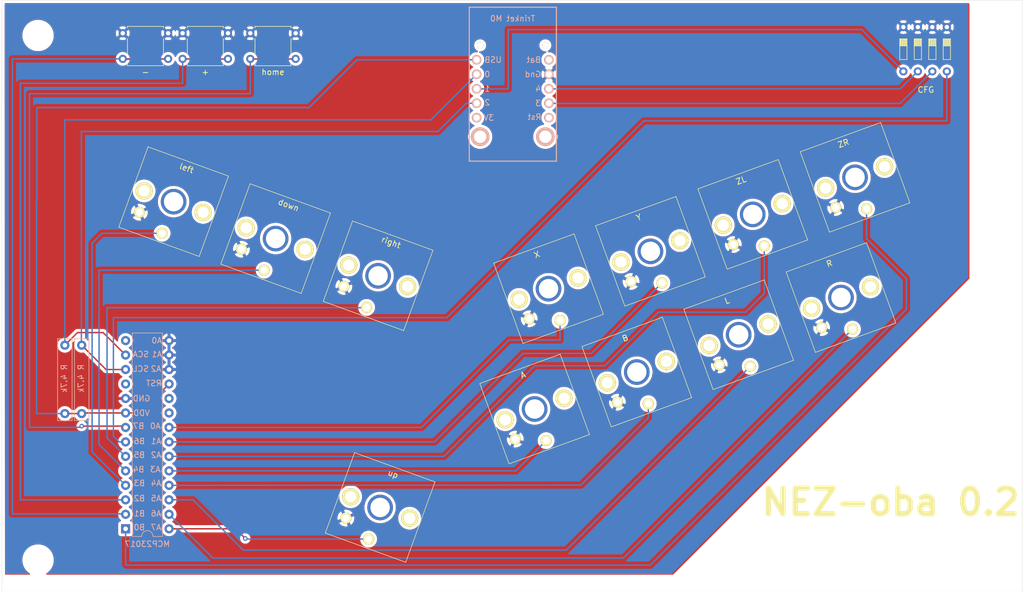
<source format=kicad_pcb>
(kicad_pcb (version 20171130) (host pcbnew 5.1.5+dfsg1-2build2)
  (layers (0 F.Cu signal) (31 B.Cu signal) (34 B.Paste user) (35 F.Paste user) (36 B.SilkS user) (37 F.SilkS user) (38 B.Mask user) (39 F.Mask user) (44 Edge.Cuts user))
  (net 0 "")
  (net 1 /cfg.b3)
  (net 2 /cfg.b4)
  (net 3 GND)
  (net 4 /cfg.b2)
  (net 5 +5V)
  (net 6 /S.+)
  (net 7 /S.-)
  (net 8 /cfg.b1)
  (net 9 /S.A)
  (net 10 /S.B)
  (net 11 /S.down)
  (net 12 /S.home)
  (net 13 /S.L)
  (net 14 /S.left)
  (net 15 /S.R)
  (net 16 /S.right)
  (net 17 /S.up)
  (net 18 /S.X)
  (net 19 /S.Y)
  (net 20 /S.ZL)
  (net 21 /S.ZR)
  (net 22 /sda)
  (net 23 /scl)
  (module nez-footprints:MountingHole_4.5mm (layer F.Cu) (at 223.2914 40.7924)
    (fp_text reference REF** hide)
    (fp_text value MountingHole_4.5mm hide)
    (pad 1 np_thru_hole circle (at 0 0) (size 4.5 4.5) (drill 4.5) (layers *.Cu *.Mask))
  )
  (module nez-footprints:MountingHole_4.5mm (layer F.Cu) (at 223.2914 132.8166)
    (fp_text reference REF** hide)
    (fp_text value MountingHole_4.5mm hide)
    (pad 1 np_thru_hole circle (at 0 0) (size 4.5 4.5) (drill 4.5) (layers *.Cu *.Mask))
  )
  (module nez-footprints:MountingHole_4.5mm (layer F.Cu) (at 56.2102 132.8166)
    (fp_text reference REF** hide)
    (fp_text value MountingHole_4.5mm hide)
    (pad 1 np_thru_hole circle (at 0 0) (size 4.5 4.5) (drill 4.5) (layers *.Cu *.Mask))
  )
  (module nez-footprints:MountingHole_4.5mm (layer F.Cu) (at 56.2102 40.7924)
    (fp_text reference REF** hide)
    (fp_text value MountingHole_4.5mm hide)
    (pad 1 np_thru_hole circle (at 0 0) (size 4.5 4.5) (drill 4.5) (layers *.Cu *.Mask))
  )
  (module nez-footprints:Kailh_Choc_LowProfile_CPG135001D02 (layer F.Cu) (at 181.0258 98.8314 290)
    (fp_text reference SW.L1 hide)
    (fp_text value SW_DIP_x01_Kailh_Choc_Red hide)
    (fp_text user L (at -12.192 -0.127 20) (layer F.SilkS))
    (fp_line (start 1.6 7.5) (end 1.6 -7.5) (layer F.SilkS) (width 0.1))
    (fp_line (start -13.4 7.5) (end 1.6 7.5) (layer F.SilkS) (width 0.1))
    (fp_line (start -13.4 -7.5) (end -13.4 7.5) (layer F.SilkS) (width 0.1))
    (fp_line (start 1.6 -7.5) (end -13.4 -7.5) (layer F.SilkS) (width 0.1))
    (pad MH3 thru_hole circle (at -5.9 5.5 20) (size 3 3) (drill 2) (layers *.Cu *.Mask F.SilkS))
    (pad MH2 thru_hole circle (at -5.9 -5.5 20) (size 3 3) (drill 2) (layers *.Cu *.Mask F.SilkS))
    (pad MH1 thru_hole circle (at -5.9 0 20) (size 4.5 4.5) (drill 3.4) (layers *.Cu *.Mask))
    (pad 2 thru_hole circle (at -2.1 5 20) (size 1.95 1.95) (drill 1.3) (layers *.Cu *.Mask F.SilkS) (net 3 GND))
    (pad 1 thru_hole circle (at 0 0 20) (size 1.95 1.95) (drill 1.3) (layers *.Cu *.Mask F.SilkS) (net 13 /S.L))
  )
  (module nez-footprints:Kailh_Choc_LowProfile_CPG135001D02 (layer F.Cu) (at 165.5572 84.201 290)
    (fp_text reference SW.Y1 hide)
    (fp_text value SW_DIP_x01_Kailh_Choc_Red hide)
    (fp_text user Y (at -12.192 -0.127 20) (layer F.SilkS))
    (fp_line (start 1.6 7.5) (end 1.6 -7.5) (layer F.SilkS) (width 0.1))
    (fp_line (start -13.4 7.5) (end 1.6 7.5) (layer F.SilkS) (width 0.1))
    (fp_line (start -13.4 -7.5) (end -13.4 7.5) (layer F.SilkS) (width 0.1))
    (fp_line (start 1.6 -7.5) (end -13.4 -7.5) (layer F.SilkS) (width 0.1))
    (pad MH3 thru_hole circle (at -5.9 5.5 20) (size 3 3) (drill 2) (layers *.Cu *.Mask F.SilkS))
    (pad MH2 thru_hole circle (at -5.9 -5.5 20) (size 3 3) (drill 2) (layers *.Cu *.Mask F.SilkS))
    (pad MH1 thru_hole circle (at -5.9 0 20) (size 4.5 4.5) (drill 3.4) (layers *.Cu *.Mask))
    (pad 2 thru_hole circle (at -2.1 5 20) (size 1.95 1.95) (drill 1.3) (layers *.Cu *.Mask F.SilkS) (net 3 GND))
    (pad 1 thru_hole circle (at 0 0 20) (size 1.95 1.95) (drill 1.3) (layers *.Cu *.Mask F.SilkS) (net 19 /S.Y))
  )
  (module nez-footprints:Kailh_Choc_LowProfile_CPG135001D02 (layer F.Cu) (at 147.701 90.7542 290)
    (fp_text reference SW.X1 hide)
    (fp_text value SW_DIP_x01_Kailh_Choc_Red hide)
    (fp_text user X (at -12.192 -0.127 20) (layer F.SilkS))
    (fp_line (start 1.6 7.5) (end 1.6 -7.5) (layer F.SilkS) (width 0.1))
    (fp_line (start -13.4 7.5) (end 1.6 7.5) (layer F.SilkS) (width 0.1))
    (fp_line (start -13.4 -7.5) (end -13.4 7.5) (layer F.SilkS) (width 0.1))
    (fp_line (start 1.6 -7.5) (end -13.4 -7.5) (layer F.SilkS) (width 0.1))
    (pad MH3 thru_hole circle (at -5.9 5.5 20) (size 3 3) (drill 2) (layers *.Cu *.Mask F.SilkS))
    (pad MH2 thru_hole circle (at -5.9 -5.5 20) (size 3 3) (drill 2) (layers *.Cu *.Mask F.SilkS))
    (pad MH1 thru_hole circle (at -5.9 0 20) (size 4.5 4.5) (drill 3.4) (layers *.Cu *.Mask))
    (pad 2 thru_hole circle (at -2.1 5 20) (size 1.95 1.95) (drill 1.3) (layers *.Cu *.Mask F.SilkS) (net 3 GND))
    (pad 1 thru_hole circle (at 0 0 20) (size 1.95 1.95) (drill 1.3) (layers *.Cu *.Mask F.SilkS) (net 18 /S.X))
  )
  (module nez-footprints:Trinket_M0 (layer B.Cu) (at 145.7452 55.2196 180)
    (fp_text reference Trinket1 hide)
    (fp_text value TrinketM0 hide)
    (fp_text user "Trinket M0" (at 6.35 17.399) (layer B.SilkS) (effects (justify mirror)))
    (fp_text user Bat (at 2.667 10.16) (layer B.SilkS) (effects (justify mirror)))
    (fp_text user Gnd (at 2.794 7.62) (layer B.SilkS) (effects (justify mirror)))
    (fp_text user 4 (at 1.905 5.08) (layer B.SilkS) (effects (justify mirror)))
    (fp_text user 3 (at 1.905 2.54) (layer B.SilkS) (effects (justify mirror)))
    (fp_text user Rst (at 2.54 0.127) (layer B.SilkS) (effects (justify mirror)))
    (fp_text user 3V (at 10.541 0) (layer B.SilkS) (effects (justify mirror)))
    (fp_text user 2 (at 10.795 2.667) (layer B.SilkS) (effects (justify mirror)))
    (fp_text user 1~ (at 10.795 5.08) (layer B.SilkS) (effects (justify mirror)))
    (fp_text user 0 (at 10.795 7.62) (layer B.SilkS) (effects (justify mirror)))
    (fp_text user USB (at 9.779 10.16) (layer B.SilkS) (effects (justify mirror)))
    (fp_line (start -1.315 -7.62) (end -1.315 19.38) (layer B.SilkS) (width 0.2))
    (fp_line (start 13.955 -7.62) (end -1.315 -7.62) (layer B.SilkS) (width 0.2))
    (fp_line (start 13.955 19.38) (end 13.955 -7.62) (layer B.SilkS) (width 0.2))
    (fp_line (start -1.315 19.38) (end 13.955 19.38) (layer B.SilkS) (width 0.2))
    (pad MH4 thru_hole circle (at 0.62 12.7 90) (size 1.105 1.105) (drill 2.21) (layers *.Cu *.Mask B.SilkS))
    (pad MH3 thru_hole circle (at 12.05 12.7 90) (size 1.105 1.105) (drill 2.21) (layers *.Cu *.Mask B.SilkS))
    (pad MH2 thru_hole circle (at 12.05 -3.34 90) (size 3.25 3.25) (drill 2.18) (layers *.Cu *.Mask B.SilkS))
    (pad MH1 thru_hole circle (at 0.62 -3.34 90) (size 3.25 3.25) (drill 2.18) (layers *.Cu *.Mask B.SilkS))
    (pad 6 thru_hole circle (at 12.67 0 90) (size 1.665 1.665) (drill 1.11) (layers *.Cu *.Mask B.SilkS))
    (pad 7 thru_hole circle (at 12.67 2.54 90) (size 1.665 1.665) (drill 1.11) (layers *.Cu *.Mask B.SilkS) (net 23 /scl))
    (pad 8 thru_hole circle (at 12.67 5.08 90) (size 1.665 1.665) (drill 1.11) (layers *.Cu *.Mask B.SilkS) (net 8 /cfg.b1))
    (pad 9 thru_hole circle (at 12.67 7.62 90) (size 1.665 1.665) (drill 1.11) (layers *.Cu *.Mask B.SilkS) (net 22 /sda))
    (pad 10 thru_hole circle (at 12.67 10.16 90) (size 1.665 1.665) (drill 1.11) (layers *.Cu *.Mask B.SilkS) (net 5 +5V))
    (pad 5 thru_hole circle (at 0 10.16 90) (size 1.665 1.665) (drill 1.11) (layers *.Cu *.Mask B.SilkS))
    (pad 4 thru_hole circle (at 0 7.62 90) (size 1.665 1.665) (drill 1.11) (layers *.Cu *.Mask B.SilkS) (net 3 GND))
    (pad 3 thru_hole circle (at 0 5.08 90) (size 1.665 1.665) (drill 1.11) (layers *.Cu *.Mask B.SilkS) (net 4 /cfg.b2))
    (pad 2 thru_hole circle (at 0 2.54 90) (size 1.665 1.665) (drill 1.11) (layers *.Cu *.Mask B.SilkS) (net 1 /cfg.b3))
    (pad 1 thru_hole circle (at 0 0 90) (size 1.665 1.665) (drill 1.11) (layers *.Cu *.Mask B.SilkS))
  )
  (module nez-footprints:R_LDR_P12mm_narrow (layer B.Cu) (at 60.9092 95.123 270)
    (fp_text reference R.4.7k2 hide)
    (fp_text value R_US hide)
    (fp_text user "R 4.7k" (at 5.842 0.127 90) (layer B.SilkS) (effects (justify mirror)))
    (fp_line (start -1.143 1.27) (end 13.208 1.27) (layer B.SilkS) (width 0.12))
    (fp_line (start -1.143 -1.27) (end -1.143 1.27) (layer B.SilkS) (width 0.12))
    (fp_line (start 13.208 -1.27) (end -1.143 -1.27) (layer B.SilkS) (width 0.12))
    (fp_line (start 13.208 1.27) (end 13.208 -1.27) (layer B.SilkS) (width 0.12))
    (pad 2 thru_hole circle (at 12 0 270) (size 1.6 1.6) (drill 0.8) (layers *.Cu *.Mask) (net 5 +5V))
    (pad 1 thru_hole circle (at 0 0 270) (size 1.6 1.6) (drill 0.8) (layers *.Cu *.Mask) (net 22 /sda))
  )
  (module nez-footprints:DIP-28_W7.62mm (layer B.Cu) (at 71.5518 127.3302)
    (fp_text reference MCP1 hide)
    (fp_text value MCP23017-E_SP hide)
    (fp_text user MCP23017 (at 3.81 2.667) (layer B.SilkS) (effects (justify mirror)))
    (fp_text user SCA (at 2.667 -30.607) (layer B.SilkS) (effects (justify mirror)))
    (fp_text user SCL (at 2.667 -28.067) (layer B.SilkS) (effects (justify mirror)))
    (fp_text user GND (at 2.794 -22.86) (layer B.SilkS) (effects (justify mirror)))
    (fp_text user VDD (at 2.794 -20.32) (layer B.SilkS) (effects (justify mirror)))
    (fp_text user B0 (at 2.413 -0.254) (layer B.SilkS) (effects (justify mirror)))
    (fp_text user B3 (at 2.413 -8.001) (layer B.SilkS) (effects (justify mirror)))
    (fp_text user B5 (at 2.413 -12.954) (layer B.SilkS) (effects (justify mirror)))
    (fp_text user B6 (at 2.413 -15.367) (layer B.SilkS) (effects (justify mirror)))
    (fp_text user B4 (at 2.286 -10.414) (layer B.SilkS) (effects (justify mirror)))
    (fp_text user B1 (at 2.413 -2.667) (layer B.SilkS) (effects (justify mirror)))
    (fp_text user B7 (at 2.286 -18.034) (layer B.SilkS) (effects (justify mirror)))
    (fp_text user B2 (at 2.413 -5.334) (layer B.SilkS) (effects (justify mirror)))
    (fp_text user A7 (at 5.334 -0.254) (layer B.SilkS) (effects (justify mirror)))
    (fp_text user A6 (at 5.334 -2.667) (layer B.SilkS) (effects (justify mirror)))
    (fp_text user A5 (at 5.334 -5.334) (layer B.SilkS) (effects (justify mirror)))
    (fp_text user A4 (at 5.334 -8.001) (layer B.SilkS) (effects (justify mirror)))
    (fp_text user A3 (at 5.207 -10.414) (layer B.SilkS) (effects (justify mirror)))
    (fp_text user A2 (at 5.334 -12.954) (layer B.SilkS) (effects (justify mirror)))
    (fp_text user A1 (at 5.334 -15.367) (layer B.SilkS) (effects (justify mirror)))
    (fp_text user A0 (at 5.207 -18.034) (layer B.SilkS) (effects (justify mirror)))
    (fp_text user RST (at 4.953 -25.527) (layer B.SilkS) (effects (justify mirror)))
    (fp_text user A2 (at 5.334 -28.067) (layer B.SilkS) (effects (justify mirror)))
    (fp_text user A1 (at 5.461 -30.607) (layer B.SilkS) (effects (justify mirror)))
    (fp_text user A0 (at 5.461 -33.02) (layer B.SilkS) (effects (justify mirror)))
    (fp_line (start 6.46 1.33) (end 4.81 1.33) (layer B.SilkS) (width 0.12))
    (fp_line (start 6.46 -34.35) (end 6.46 1.33) (layer B.SilkS) (width 0.12))
    (fp_line (start 1.16 -34.35) (end 6.46 -34.35) (layer B.SilkS) (width 0.12))
    (fp_line (start 1.16 1.33) (end 1.16 -34.35) (layer B.SilkS) (width 0.12))
    (fp_line (start 2.81 1.33) (end 1.16 1.33) (layer B.SilkS) (width 0.12))
    (fp_arc (start 3.81 1.33) (end 2.81 1.33) (angle 180) (layer B.SilkS) (width 0.12))
    (pad 28 thru_hole oval (at 7.62 0) (size 1.6 1.6) (drill 0.8) (layers *.Cu *.Mask) (net 17 /S.up))
    (pad 14 thru_hole oval (at 0 -33.02) (size 1.6 1.6) (drill 0.8) (layers *.Cu *.Mask))
    (pad 27 thru_hole oval (at 7.62 -2.54) (size 1.6 1.6) (drill 0.8) (layers *.Cu *.Mask) (net 15 /S.R))
    (pad 13 thru_hole oval (at 0 -30.48) (size 1.6 1.6) (drill 0.8) (layers *.Cu *.Mask) (net 22 /sda))
    (pad 26 thru_hole oval (at 7.62 -5.08) (size 1.6 1.6) (drill 0.8) (layers *.Cu *.Mask) (net 13 /S.L))
    (pad 12 thru_hole oval (at 0 -27.94) (size 1.6 1.6) (drill 0.8) (layers *.Cu *.Mask) (net 23 /scl))
    (pad 25 thru_hole oval (at 7.62 -7.62) (size 1.6 1.6) (drill 0.8) (layers *.Cu *.Mask) (net 10 /S.B))
    (pad 11 thru_hole oval (at 0 -25.4) (size 1.6 1.6) (drill 0.8) (layers *.Cu *.Mask))
    (pad 24 thru_hole oval (at 7.62 -10.16) (size 1.6 1.6) (drill 0.8) (layers *.Cu *.Mask) (net 9 /S.A))
    (pad 10 thru_hole oval (at 0 -22.86) (size 1.6 1.6) (drill 0.8) (layers *.Cu *.Mask) (net 3 GND))
    (pad 23 thru_hole oval (at 7.62 -12.7) (size 1.6 1.6) (drill 0.8) (layers *.Cu *.Mask) (net 20 /S.ZL))
    (pad 9 thru_hole oval (at 0 -20.32) (size 1.6 1.6) (drill 0.8) (layers *.Cu *.Mask) (net 5 +5V))
    (pad 22 thru_hole oval (at 7.62 -15.24) (size 1.6 1.6) (drill 0.8) (layers *.Cu *.Mask) (net 19 /S.Y))
    (pad 8 thru_hole oval (at 0 -17.78) (size 1.6 1.6) (drill 0.8) (layers *.Cu *.Mask) (net 12 /S.home))
    (pad 21 thru_hole oval (at 7.62 -17.78) (size 1.6 1.6) (drill 0.8) (layers *.Cu *.Mask) (net 18 /S.X))
    (pad 7 thru_hole oval (at 0 -15.24) (size 1.6 1.6) (drill 0.8) (layers *.Cu *.Mask) (net 2 /cfg.b4))
    (pad 20 thru_hole oval (at 7.62 -20.32) (size 1.6 1.6) (drill 0.8) (layers *.Cu *.Mask))
    (pad 6 thru_hole oval (at 0 -12.7) (size 1.6 1.6) (drill 0.8) (layers *.Cu *.Mask) (net 16 /S.right))
    (pad 19 thru_hole oval (at 7.62 -22.86) (size 1.6 1.6) (drill 0.8) (layers *.Cu *.Mask))
    (pad 5 thru_hole oval (at 0 -10.16) (size 1.6 1.6) (drill 0.8) (layers *.Cu *.Mask) (net 11 /S.down))
    (pad 18 thru_hole oval (at 7.62 -25.4) (size 1.6 1.6) (drill 0.8) (layers *.Cu *.Mask) (net 5 +5V))
    (pad 4 thru_hole oval (at 0 -7.62) (size 1.6 1.6) (drill 0.8) (layers *.Cu *.Mask) (net 14 /S.left))
    (pad 17 thru_hole oval (at 7.62 -27.94) (size 1.6 1.6) (drill 0.8) (layers *.Cu *.Mask) (net 3 GND))
    (pad 3 thru_hole oval (at 0 -5.08) (size 1.6 1.6) (drill 0.8) (layers *.Cu *.Mask) (net 6 /S.+))
    (pad 16 thru_hole oval (at 7.62 -30.48) (size 1.6 1.6) (drill 0.8) (layers *.Cu *.Mask) (net 3 GND))
    (pad 2 thru_hole oval (at 0 -2.54) (size 1.6 1.6) (drill 0.8) (layers *.Cu *.Mask) (net 7 /S.-))
    (pad 15 thru_hole oval (at 7.62 -33.02) (size 1.6 1.6) (drill 0.8) (layers *.Cu *.Mask) (net 3 GND))
    (pad 1 thru_hole rect (at 0 0) (size 1.6 1.6) (drill 0.8) (layers *.Cu *.Mask) (net 21 /S.ZR))
  )
  (module nez-footprints:Kailh_Choc_LowProfile_CPG135001D02 (layer F.Cu) (at 201.422 71.2216 290)
    (fp_text reference SW.ZR1 hide)
    (fp_text value SW_DIP_x01_Kailh_Choc_Red hide)
    (fp_text user ZR (at -12.192 -0.127 20) (layer F.SilkS))
    (fp_line (start 1.6 7.5) (end 1.6 -7.5) (layer F.SilkS) (width 0.1))
    (fp_line (start -13.4 7.5) (end 1.6 7.5) (layer F.SilkS) (width 0.1))
    (fp_line (start -13.4 -7.5) (end -13.4 7.5) (layer F.SilkS) (width 0.1))
    (fp_line (start 1.6 -7.5) (end -13.4 -7.5) (layer F.SilkS) (width 0.1))
    (pad MH3 thru_hole circle (at -5.9 5.5 20) (size 3 3) (drill 2) (layers *.Cu *.Mask F.SilkS))
    (pad MH2 thru_hole circle (at -5.9 -5.5 20) (size 3 3) (drill 2) (layers *.Cu *.Mask F.SilkS))
    (pad MH1 thru_hole circle (at -5.9 0 20) (size 4.5 4.5) (drill 3.4) (layers *.Cu *.Mask))
    (pad 2 thru_hole circle (at -2.1 5 20) (size 1.95 1.95) (drill 1.3) (layers *.Cu *.Mask F.SilkS) (net 3 GND))
    (pad 1 thru_hole circle (at 0 0 20) (size 1.95 1.95) (drill 1.3) (layers *.Cu *.Mask F.SilkS) (net 21 /S.ZR))
  )
  (module nez-footprints:Kailh_Choc_LowProfile_CPG135001D02 (layer F.Cu) (at 183.4896 77.724 290)
    (fp_text reference SW.ZL1 hide)
    (fp_text value SW_DIP_x01_Kailh_Choc_Red hide)
    (fp_text user ZL (at -12.192 -0.127 20) (layer F.SilkS))
    (fp_line (start 1.6 7.5) (end 1.6 -7.5) (layer F.SilkS) (width 0.1))
    (fp_line (start -13.4 7.5) (end 1.6 7.5) (layer F.SilkS) (width 0.1))
    (fp_line (start -13.4 -7.5) (end -13.4 7.5) (layer F.SilkS) (width 0.1))
    (fp_line (start 1.6 -7.5) (end -13.4 -7.5) (layer F.SilkS) (width 0.1))
    (pad MH3 thru_hole circle (at -5.9 5.5 20) (size 3 3) (drill 2) (layers *.Cu *.Mask F.SilkS))
    (pad MH2 thru_hole circle (at -5.9 -5.5 20) (size 3 3) (drill 2) (layers *.Cu *.Mask F.SilkS))
    (pad MH1 thru_hole circle (at -5.9 0 20) (size 4.5 4.5) (drill 3.4) (layers *.Cu *.Mask))
    (pad 2 thru_hole circle (at -2.1 5 20) (size 1.95 1.95) (drill 1.3) (layers *.Cu *.Mask F.SilkS) (net 3 GND))
    (pad 1 thru_hole circle (at 0 0 20) (size 1.95 1.95) (drill 1.3) (layers *.Cu *.Mask F.SilkS) (net 20 /S.ZL))
  )
  (module nez-footprints:Kailh_Choc_LowProfile_CPG135001D02 (layer F.Cu) (at 114.1476 129.1336 250)
    (fp_text reference SW.up1 hide)
    (fp_text value SW_DIP_x01_Kailh_Choc_Red hide)
    (fp_text user up (at -12.192 -0.127 160) (layer F.SilkS))
    (fp_line (start 1.6 7.5) (end 1.6 -7.5) (layer F.SilkS) (width 0.1))
    (fp_line (start -13.4 7.5) (end 1.6 7.5) (layer F.SilkS) (width 0.1))
    (fp_line (start -13.4 -7.5) (end -13.4 7.5) (layer F.SilkS) (width 0.1))
    (fp_line (start 1.6 -7.5) (end -13.4 -7.5) (layer F.SilkS) (width 0.1))
    (pad MH3 thru_hole circle (at -5.9 5.5 340) (size 3 3) (drill 2) (layers *.Cu *.Mask F.SilkS))
    (pad MH2 thru_hole circle (at -5.9 -5.5 340) (size 3 3) (drill 2) (layers *.Cu *.Mask F.SilkS))
    (pad MH1 thru_hole circle (at -5.9 0 340) (size 4.5 4.5) (drill 3.4) (layers *.Cu *.Mask))
    (pad 2 thru_hole circle (at -2.1 5 340) (size 1.95 1.95) (drill 1.3) (layers *.Cu *.Mask F.SilkS) (net 3 GND))
    (pad 1 thru_hole circle (at 0 0 340) (size 1.95 1.95) (drill 1.3) (layers *.Cu *.Mask F.SilkS) (net 17 /S.up))
  )
  (module nez-footprints:Kailh_Choc_LowProfile_CPG135001D02 (layer F.Cu) (at 113.792 88.4936 250)
    (fp_text reference SW.right1 hide)
    (fp_text value SW_DIP_x01_Kailh_Choc_Red hide)
    (fp_text user right (at -12.192 -0.127 160) (layer F.SilkS))
    (fp_line (start 1.6 7.5) (end 1.6 -7.5) (layer F.SilkS) (width 0.1))
    (fp_line (start -13.4 7.5) (end 1.6 7.5) (layer F.SilkS) (width 0.1))
    (fp_line (start -13.4 -7.5) (end -13.4 7.5) (layer F.SilkS) (width 0.1))
    (fp_line (start 1.6 -7.5) (end -13.4 -7.5) (layer F.SilkS) (width 0.1))
    (pad MH3 thru_hole circle (at -5.9 5.5 340) (size 3 3) (drill 2) (layers *.Cu *.Mask F.SilkS))
    (pad MH2 thru_hole circle (at -5.9 -5.5 340) (size 3 3) (drill 2) (layers *.Cu *.Mask F.SilkS))
    (pad MH1 thru_hole circle (at -5.9 0 340) (size 4.5 4.5) (drill 3.4) (layers *.Cu *.Mask))
    (pad 2 thru_hole circle (at -2.1 5 340) (size 1.95 1.95) (drill 1.3) (layers *.Cu *.Mask F.SilkS) (net 3 GND))
    (pad 1 thru_hole circle (at 0 0 340) (size 1.95 1.95) (drill 1.3) (layers *.Cu *.Mask F.SilkS) (net 16 /S.right))
  )
  (module nez-footprints:Kailh_Choc_LowProfile_CPG135001D02 (layer F.Cu) (at 198.9582 92.3036 290)
    (fp_text reference SW.R1 hide)
    (fp_text value SW_DIP_x01_Kailh_Choc_Red hide)
    (fp_text user R (at -12.192 -0.127 20) (layer F.SilkS))
    (fp_line (start 1.6 7.5) (end 1.6 -7.5) (layer F.SilkS) (width 0.1))
    (fp_line (start -13.4 7.5) (end 1.6 7.5) (layer F.SilkS) (width 0.1))
    (fp_line (start -13.4 -7.5) (end -13.4 7.5) (layer F.SilkS) (width 0.1))
    (fp_line (start 1.6 -7.5) (end -13.4 -7.5) (layer F.SilkS) (width 0.1))
    (pad MH3 thru_hole circle (at -5.9 5.5 20) (size 3 3) (drill 2) (layers *.Cu *.Mask F.SilkS))
    (pad MH2 thru_hole circle (at -5.9 -5.5 20) (size 3 3) (drill 2) (layers *.Cu *.Mask F.SilkS))
    (pad MH1 thru_hole circle (at -5.9 0 20) (size 4.5 4.5) (drill 3.4) (layers *.Cu *.Mask))
    (pad 2 thru_hole circle (at -2.1 5 20) (size 1.95 1.95) (drill 1.3) (layers *.Cu *.Mask F.SilkS) (net 3 GND))
    (pad 1 thru_hole circle (at 0 0 20) (size 1.95 1.95) (drill 1.3) (layers *.Cu *.Mask F.SilkS) (net 15 /S.R))
  )
  (module nez-footprints:Kailh_Choc_LowProfile_CPG135001D02 (layer F.Cu) (at 77.9526 75.4888 250)
    (fp_text reference SW.left1 hide)
    (fp_text value SW_DIP_x01_Kailh_Choc_Red hide)
    (fp_text user left (at -12.192 -0.127 160) (layer F.SilkS))
    (fp_line (start 1.6 7.5) (end 1.6 -7.5) (layer F.SilkS) (width 0.1))
    (fp_line (start -13.4 7.5) (end 1.6 7.5) (layer F.SilkS) (width 0.1))
    (fp_line (start -13.4 -7.5) (end -13.4 7.5) (layer F.SilkS) (width 0.1))
    (fp_line (start 1.6 -7.5) (end -13.4 -7.5) (layer F.SilkS) (width 0.1))
    (pad MH3 thru_hole circle (at -5.9 5.5 340) (size 3 3) (drill 2) (layers *.Cu *.Mask F.SilkS))
    (pad MH2 thru_hole circle (at -5.9 -5.5 340) (size 3 3) (drill 2) (layers *.Cu *.Mask F.SilkS))
    (pad MH1 thru_hole circle (at -5.9 0 340) (size 4.5 4.5) (drill 3.4) (layers *.Cu *.Mask))
    (pad 2 thru_hole circle (at -2.1 5 340) (size 1.95 1.95) (drill 1.3) (layers *.Cu *.Mask F.SilkS) (net 3 GND))
    (pad 1 thru_hole circle (at 0 0 340) (size 1.95 1.95) (drill 1.3) (layers *.Cu *.Mask F.SilkS) (net 14 /S.left))
  )
  (module nez-footprints:SW_SPST_B3S-1000 (layer F.Cu) (at 97.3836 42.6466 180)
    (fp_text reference SW.home1 hide)
    (fp_text value SW_DIP_x01_tactile hide)
    (fp_text user home (at 0 -4.572) (layer F.SilkS))
    (fp_line (start 3.15 -1.3) (end 3.15 1.3) (layer F.SilkS) (width 0.12))
    (fp_line (start -3.15 3.45) (end -3.15 3.2) (layer F.SilkS) (width 0.12))
    (fp_line (start 3.15 3.45) (end -3.15 3.45) (layer F.SilkS) (width 0.12))
    (fp_line (start 3.15 3.2) (end 3.15 3.45) (layer F.SilkS) (width 0.12))
    (fp_line (start -3.15 1.3) (end -3.15 -1.3) (layer F.SilkS) (width 0.12))
    (fp_line (start 3.15 -3.45) (end 3.15 -3.2) (layer F.SilkS) (width 0.12))
    (fp_line (start -3.15 -3.45) (end 3.15 -3.45) (layer F.SilkS) (width 0.12))
    (fp_line (start -3.15 -3.2) (end -3.15 -3.45) (layer F.SilkS) (width 0.12))
    (pad 2 thru_hole circle (at 3.975 2.25 180) (size 1.424 1.424) (drill 0.762) (layers *.Cu *.Mask) (net 3 GND))
    (pad 2 thru_hole circle (at -3.975 2.25 180) (size 1.424 1.424) (drill 0.762) (layers *.Cu *.Mask) (net 3 GND))
    (pad 1 thru_hole circle (at 3.975 -2.25 180) (size 1.424 1.424) (drill 0.762) (layers *.Cu *.Mask) (net 12 /S.home))
    (pad 1 thru_hole circle (at -3.975 -2.25 180) (size 1.424 1.424) (drill 0.762) (layers *.Cu *.Mask) (net 12 /S.home))
  )
  (module nez-footprints:Kailh_Choc_LowProfile_CPG135001D02 (layer F.Cu) (at 95.8342 81.9658 250)
    (fp_text reference SW.down1 hide)
    (fp_text value SW_DIP_x01_Kailh_Choc_Red hide)
    (fp_text user down (at -12.192 -0.127 160) (layer F.SilkS))
    (fp_line (start 1.6 7.5) (end 1.6 -7.5) (layer F.SilkS) (width 0.1))
    (fp_line (start -13.4 7.5) (end 1.6 7.5) (layer F.SilkS) (width 0.1))
    (fp_line (start -13.4 -7.5) (end -13.4 7.5) (layer F.SilkS) (width 0.1))
    (fp_line (start 1.6 -7.5) (end -13.4 -7.5) (layer F.SilkS) (width 0.1))
    (pad MH3 thru_hole circle (at -5.9 5.5 340) (size 3 3) (drill 2) (layers *.Cu *.Mask F.SilkS))
    (pad MH2 thru_hole circle (at -5.9 -5.5 340) (size 3 3) (drill 2) (layers *.Cu *.Mask F.SilkS))
    (pad MH1 thru_hole circle (at -5.9 0 340) (size 4.5 4.5) (drill 3.4) (layers *.Cu *.Mask))
    (pad 2 thru_hole circle (at -2.1 5 340) (size 1.95 1.95) (drill 1.3) (layers *.Cu *.Mask F.SilkS) (net 3 GND))
    (pad 1 thru_hole circle (at 0 0 340) (size 1.95 1.95) (drill 1.3) (layers *.Cu *.Mask F.SilkS) (net 11 /S.down))
  )
  (module nez-footprints:Kailh_Choc_LowProfile_CPG135001D02 (layer F.Cu) (at 163.1696 105.3846 290)
    (fp_text reference SW.B1 hide)
    (fp_text value SW_DIP_x01_Kailh_Choc_Red hide)
    (fp_text user B (at -12.192 -0.127 20) (layer F.SilkS))
    (fp_line (start 1.6 7.5) (end 1.6 -7.5) (layer F.SilkS) (width 0.1))
    (fp_line (start -13.4 7.5) (end 1.6 7.5) (layer F.SilkS) (width 0.1))
    (fp_line (start -13.4 -7.5) (end -13.4 7.5) (layer F.SilkS) (width 0.1))
    (fp_line (start 1.6 -7.5) (end -13.4 -7.5) (layer F.SilkS) (width 0.1))
    (pad MH3 thru_hole circle (at -5.9 5.5 20) (size 3 3) (drill 2) (layers *.Cu *.Mask F.SilkS))
    (pad MH2 thru_hole circle (at -5.9 -5.5 20) (size 3 3) (drill 2) (layers *.Cu *.Mask F.SilkS))
    (pad MH1 thru_hole circle (at -5.9 0 20) (size 4.5 4.5) (drill 3.4) (layers *.Cu *.Mask))
    (pad 2 thru_hole circle (at -2.1 5 20) (size 1.95 1.95) (drill 1.3) (layers *.Cu *.Mask F.SilkS) (net 3 GND))
    (pad 1 thru_hole circle (at 0 0 20) (size 1.95 1.95) (drill 1.3) (layers *.Cu *.Mask F.SilkS) (net 10 /S.B))
  )
  (module nez-footprints:Kailh_Choc_LowProfile_CPG135001D02 (layer F.Cu) (at 145.2626 111.8616 290)
    (fp_text reference SW.A1 hide)
    (fp_text value SW_DIP_x01_Kailh_Choc_Red hide)
    (fp_text user A (at -12.192 -0.127 20) (layer F.SilkS))
    (fp_line (start 1.6 7.5) (end 1.6 -7.5) (layer F.SilkS) (width 0.1))
    (fp_line (start -13.4 7.5) (end 1.6 7.5) (layer F.SilkS) (width 0.1))
    (fp_line (start -13.4 -7.5) (end -13.4 7.5) (layer F.SilkS) (width 0.1))
    (fp_line (start 1.6 -7.5) (end -13.4 -7.5) (layer F.SilkS) (width 0.1))
    (pad MH3 thru_hole circle (at -5.9 5.5 20) (size 3 3) (drill 2) (layers *.Cu *.Mask F.SilkS))
    (pad MH2 thru_hole circle (at -5.9 -5.5 20) (size 3 3) (drill 2) (layers *.Cu *.Mask F.SilkS))
    (pad MH1 thru_hole circle (at -5.9 0 20) (size 4.5 4.5) (drill 3.4) (layers *.Cu *.Mask))
    (pad 2 thru_hole circle (at -2.1 5 20) (size 1.95 1.95) (drill 1.3) (layers *.Cu *.Mask F.SilkS) (net 3 GND))
    (pad 1 thru_hole circle (at 0 0 20) (size 1.95 1.95) (drill 1.3) (layers *.Cu *.Mask F.SilkS) (net 9 /S.A))
  )
  (module nez-footprints:SW_SPST_B3S-1000 (layer F.Cu) (at 75.0316 42.6466 180)
    (fp_text reference SW.-1 hide)
    (fp_text value SW_DIP_x01_tactile hide)
    (fp_text user - (at 0 -4.572) (layer F.SilkS))
    (fp_line (start 3.15 -1.3) (end 3.15 1.3) (layer F.SilkS) (width 0.12))
    (fp_line (start -3.15 3.45) (end -3.15 3.2) (layer F.SilkS) (width 0.12))
    (fp_line (start 3.15 3.45) (end -3.15 3.45) (layer F.SilkS) (width 0.12))
    (fp_line (start 3.15 3.2) (end 3.15 3.45) (layer F.SilkS) (width 0.12))
    (fp_line (start -3.15 1.3) (end -3.15 -1.3) (layer F.SilkS) (width 0.12))
    (fp_line (start 3.15 -3.45) (end 3.15 -3.2) (layer F.SilkS) (width 0.12))
    (fp_line (start -3.15 -3.45) (end 3.15 -3.45) (layer F.SilkS) (width 0.12))
    (fp_line (start -3.15 -3.2) (end -3.15 -3.45) (layer F.SilkS) (width 0.12))
    (pad 2 thru_hole circle (at 3.975 2.25 180) (size 1.424 1.424) (drill 0.762) (layers *.Cu *.Mask) (net 3 GND))
    (pad 2 thru_hole circle (at -3.975 2.25 180) (size 1.424 1.424) (drill 0.762) (layers *.Cu *.Mask) (net 3 GND))
    (pad 1 thru_hole circle (at 3.975 -2.25 180) (size 1.424 1.424) (drill 0.762) (layers *.Cu *.Mask) (net 7 /S.-))
    (pad 1 thru_hole circle (at -3.975 -2.25 180) (size 1.424 1.424) (drill 0.762) (layers *.Cu *.Mask) (net 7 /S.-))
  )
  (module nez-footprints:SW_SPST_B3S-1000 (layer F.Cu) (at 85.5218 42.6466 180)
    (fp_text reference SW.+1 hide)
    (fp_text value SW_DIP_x01_tactile hide)
    (fp_text user + (at 0 -4.572) (layer F.SilkS))
    (fp_line (start 3.15 -1.3) (end 3.15 1.3) (layer F.SilkS) (width 0.12))
    (fp_line (start -3.15 3.45) (end -3.15 3.2) (layer F.SilkS) (width 0.12))
    (fp_line (start 3.15 3.45) (end -3.15 3.45) (layer F.SilkS) (width 0.12))
    (fp_line (start 3.15 3.2) (end 3.15 3.45) (layer F.SilkS) (width 0.12))
    (fp_line (start -3.15 1.3) (end -3.15 -1.3) (layer F.SilkS) (width 0.12))
    (fp_line (start 3.15 -3.45) (end 3.15 -3.2) (layer F.SilkS) (width 0.12))
    (fp_line (start -3.15 -3.45) (end 3.15 -3.45) (layer F.SilkS) (width 0.12))
    (fp_line (start -3.15 -3.2) (end -3.15 -3.45) (layer F.SilkS) (width 0.12))
    (pad 2 thru_hole circle (at 3.975 2.25 180) (size 1.424 1.424) (drill 0.762) (layers *.Cu *.Mask) (net 3 GND))
    (pad 2 thru_hole circle (at -3.975 2.25 180) (size 1.424 1.424) (drill 0.762) (layers *.Cu *.Mask) (net 3 GND))
    (pad 1 thru_hole circle (at 3.975 -2.25 180) (size 1.424 1.424) (drill 0.762) (layers *.Cu *.Mask) (net 6 /S.+))
    (pad 1 thru_hole circle (at -3.975 -2.25 180) (size 1.424 1.424) (drill 0.762) (layers *.Cu *.Mask) (net 6 /S.+))
  )
  (module nez-footprints:R_LDR_P12mm_narrow (layer B.Cu) (at 63.8556 95.123 270)
    (fp_text reference R.4.7k1 hide)
    (fp_text value R_US hide)
    (fp_text user "R 4.7k" (at 5.842 0.127 90) (layer B.SilkS) (effects (justify mirror)))
    (fp_line (start -1.143 1.27) (end 13.208 1.27) (layer B.SilkS) (width 0.12))
    (fp_line (start -1.143 -1.27) (end -1.143 1.27) (layer B.SilkS) (width 0.12))
    (fp_line (start 13.208 -1.27) (end -1.143 -1.27) (layer B.SilkS) (width 0.12))
    (fp_line (start 13.208 1.27) (end 13.208 -1.27) (layer B.SilkS) (width 0.12))
    (pad 2 thru_hole circle (at 12 0 270) (size 1.6 1.6) (drill 0.8) (layers *.Cu *.Mask) (net 5 +5V))
    (pad 1 thru_hole circle (at 0 0 270) (size 1.6 1.6) (drill 0.8) (layers *.Cu *.Mask) (net 23 /scl))
  )
  (module nez-footprints:SW_DIP_SPSTx04_Slide_6.7x11.72mm_W7.8mm_P2.54mm (layer F.Cu) (at 211.6836 43.2054 270)
    (fp_text reference CFG1 hide)
    (fp_text value SW_DIP_x04 hide)
    (fp_text user CFG (at 7.112 -0.127) (layer F.SilkS))
    (fp_line (start -0.603333 3.175) (end -0.603333 4.445) (layer F.SilkS) (width 0.12))
    (fp_line (start -1.81 4.375) (end -0.603333 4.375) (layer F.SilkS) (width 0.12))
    (fp_line (start -1.81 4.255) (end -0.603333 4.255) (layer F.SilkS) (width 0.12))
    (fp_line (start -1.81 4.135) (end -0.603333 4.135) (layer F.SilkS) (width 0.12))
    (fp_line (start -1.81 4.015) (end -0.603333 4.015) (layer F.SilkS) (width 0.12))
    (fp_line (start -1.81 3.895) (end -0.603333 3.895) (layer F.SilkS) (width 0.12))
    (fp_line (start -1.81 3.775) (end -0.603333 3.775) (layer F.SilkS) (width 0.12))
    (fp_line (start -1.81 3.655) (end -0.603333 3.655) (layer F.SilkS) (width 0.12))
    (fp_line (start -1.81 3.535) (end -0.603333 3.535) (layer F.SilkS) (width 0.12))
    (fp_line (start -1.81 3.415) (end -0.603333 3.415) (layer F.SilkS) (width 0.12))
    (fp_line (start -1.81 3.295) (end -0.603333 3.295) (layer F.SilkS) (width 0.12))
    (fp_line (start 1.81 3.175) (end -1.81 3.175) (layer F.SilkS) (width 0.12))
    (fp_line (start 1.81 4.445) (end 1.81 3.175) (layer F.SilkS) (width 0.12))
    (fp_line (start -1.81 4.445) (end 1.81 4.445) (layer F.SilkS) (width 0.12))
    (fp_line (start -1.81 3.175) (end -1.81 4.445) (layer F.SilkS) (width 0.12))
    (fp_line (start -0.603333 0.635) (end -0.603333 1.905) (layer F.SilkS) (width 0.12))
    (fp_line (start -1.81 1.835) (end -0.603333 1.835) (layer F.SilkS) (width 0.12))
    (fp_line (start -1.81 1.715) (end -0.603333 1.715) (layer F.SilkS) (width 0.12))
    (fp_line (start -1.81 1.595) (end -0.603333 1.595) (layer F.SilkS) (width 0.12))
    (fp_line (start -1.81 1.475) (end -0.603333 1.475) (layer F.SilkS) (width 0.12))
    (fp_line (start -1.81 1.355) (end -0.603333 1.355) (layer F.SilkS) (width 0.12))
    (fp_line (start -1.81 1.235) (end -0.603333 1.235) (layer F.SilkS) (width 0.12))
    (fp_line (start -1.81 1.115) (end -0.603333 1.115) (layer F.SilkS) (width 0.12))
    (fp_line (start -1.81 0.995) (end -0.603333 0.995) (layer F.SilkS) (width 0.12))
    (fp_line (start -1.81 0.875) (end -0.603333 0.875) (layer F.SilkS) (width 0.12))
    (fp_line (start -1.81 0.755) (end -0.603333 0.755) (layer F.SilkS) (width 0.12))
    (fp_line (start 1.81 0.635) (end -1.81 0.635) (layer F.SilkS) (width 0.12))
    (fp_line (start 1.81 1.905) (end 1.81 0.635) (layer F.SilkS) (width 0.12))
    (fp_line (start -1.81 1.905) (end 1.81 1.905) (layer F.SilkS) (width 0.12))
    (fp_line (start -1.81 0.635) (end -1.81 1.905) (layer F.SilkS) (width 0.12))
    (fp_line (start -0.603333 -1.905) (end -0.603333 -0.635) (layer F.SilkS) (width 0.12))
    (fp_line (start -1.81 -0.705) (end -0.603333 -0.705) (layer F.SilkS) (width 0.12))
    (fp_line (start -1.81 -0.825) (end -0.603333 -0.825) (layer F.SilkS) (width 0.12))
    (fp_line (start -1.81 -0.945) (end -0.603333 -0.945) (layer F.SilkS) (width 0.12))
    (fp_line (start -1.81 -1.065) (end -0.603333 -1.065) (layer F.SilkS) (width 0.12))
    (fp_line (start -1.81 -1.185) (end -0.603333 -1.185) (layer F.SilkS) (width 0.12))
    (fp_line (start -1.81 -1.305) (end -0.603333 -1.305) (layer F.SilkS) (width 0.12))
    (fp_line (start -1.81 -1.425) (end -0.603333 -1.425) (layer F.SilkS) (width 0.12))
    (fp_line (start -1.81 -1.545) (end -0.603333 -1.545) (layer F.SilkS) (width 0.12))
    (fp_line (start -1.81 -1.665) (end -0.603333 -1.665) (layer F.SilkS) (width 0.12))
    (fp_line (start -1.81 -1.785) (end -0.603333 -1.785) (layer F.SilkS) (width 0.12))
    (fp_line (start 1.81 -1.905) (end -1.81 -1.905) (layer F.SilkS) (width 0.12))
    (fp_line (start 1.81 -0.635) (end 1.81 -1.905) (layer F.SilkS) (width 0.12))
    (fp_line (start -1.81 -0.635) (end 1.81 -0.635) (layer F.SilkS) (width 0.12))
    (fp_line (start -1.81 -1.905) (end -1.81 -0.635) (layer F.SilkS) (width 0.12))
    (fp_line (start -0.603333 -4.445) (end -0.603333 -3.175) (layer F.SilkS) (width 0.12))
    (fp_line (start -1.81 -3.245) (end -0.603333 -3.245) (layer F.SilkS) (width 0.12))
    (fp_line (start -1.81 -3.365) (end -0.603333 -3.365) (layer F.SilkS) (width 0.12))
    (fp_line (start -1.81 -3.485) (end -0.603333 -3.485) (layer F.SilkS) (width 0.12))
    (fp_line (start -1.81 -3.605) (end -0.603333 -3.605) (layer F.SilkS) (width 0.12))
    (fp_line (start -1.81 -3.725) (end -0.603333 -3.725) (layer F.SilkS) (width 0.12))
    (fp_line (start -1.81 -3.845) (end -0.603333 -3.845) (layer F.SilkS) (width 0.12))
    (fp_line (start -1.81 -3.965) (end -0.603333 -3.965) (layer F.SilkS) (width 0.12))
    (fp_line (start -1.81 -4.085) (end -0.603333 -4.085) (layer F.SilkS) (width 0.12))
    (fp_line (start -1.81 -4.205) (end -0.603333 -4.205) (layer F.SilkS) (width 0.12))
    (fp_line (start -1.81 -4.325) (end -0.603333 -4.325) (layer F.SilkS) (width 0.12))
    (fp_line (start 1.81 -4.445) (end -1.81 -4.445) (layer F.SilkS) (width 0.12))
    (fp_line (start 1.81 -3.175) (end 1.81 -4.445) (layer F.SilkS) (width 0.12))
    (fp_line (start -1.81 -3.175) (end 1.81 -3.175) (layer F.SilkS) (width 0.12))
    (fp_line (start -1.81 -4.445) (end -1.81 -3.175) (layer F.SilkS) (width 0.12))
    (pad 8 thru_hole circle (at 3.885 -3.81 270) (size 1.424 1.424) (drill 0.762) (layers *.Cu *.Mask) (net 2 /cfg.b4))
    (pad 4 thru_hole circle (at -3.885 3.81 270) (size 1.424 1.424) (drill 0.762) (layers *.Cu *.Mask) (net 3 GND))
    (pad 7 thru_hole circle (at 3.885 -1.27 270) (size 1.424 1.424) (drill 0.762) (layers *.Cu *.Mask) (net 1 /cfg.b3))
    (pad 3 thru_hole circle (at -3.885 1.27 270) (size 1.424 1.424) (drill 0.762) (layers *.Cu *.Mask) (net 3 GND))
    (pad 6 thru_hole circle (at 3.885 1.27 270) (size 1.424 1.424) (drill 0.762) (layers *.Cu *.Mask) (net 4 /cfg.b2))
    (pad 2 thru_hole circle (at -3.885 -1.27 270) (size 1.424 1.424) (drill 0.762) (layers *.Cu *.Mask) (net 3 GND))
    (pad 5 thru_hole circle (at 3.885 3.81 270) (size 1.424 1.424) (drill 0.762) (layers *.Cu *.Mask) (net 8 /cfg.b1))
    (pad 1 thru_hole circle (at -3.885 -3.81 270) (size 1.424 1.424) (drill 0.762) (layers *.Cu *.Mask) (net 3 GND))
  )
  (gr_text "NEZ-oba 0.2" (at 205.6384 122.6566) (layer F.SilkS) (effects (font (size 4.5 4.5) (thickness 0.9))))
  (gr_line (start 49.8856 138.43) (end 49.8348 34.5948) (layer Edge.Cuts) (width 0.05))
  (gr_line (start 228.7016 138.43) (end 49.8856 138.43) (layer Edge.Cuts) (width 0.05))
  (gr_line (start 228.7016 34.5948) (end 228.7016 138.43) (layer Edge.Cuts) (width 0.05))
  (gr_line (start 49.8348 34.5948) (end 228.7016 34.5948) (layer Edge.Cuts) (width 0.05))
  (segment (start 207.3136 52.705) (end 212.9536 47.065) (width 0.25) (layer B.Cu) (net 1))
  (segment (start 145.796 52.705) (end 207.3136 52.705) (width 0.25) (layer B.Cu) (net 1))
  (segment (start 70.42043 112.0902) (end 69.4182 111.08797) (width 0.25) (layer B.Cu) (net 2))
  (segment (start 71.5518 112.0902) (end 70.42043 112.0902) (width 0.25) (layer B.Cu) (net 2))
  (segment (start 69.4182 111.08797) (end 69.4182 90.297) (width 0.25) (layer B.Cu) (net 2))
  (segment (start 69.4182 90.297) (end 127.8636 90.297) (width 0.25) (layer B.Cu) (net 2))
  (segment (start 127.8636 90.297) (end 162.3822 55.7784) (width 0.25) (layer B.Cu) (net 2))
  (segment (start 162.3822 55.7784) (end 215.4682 55.7784) (width 0.25) (layer B.Cu) (net 2))
  (segment (start 215.4936 48.09732) (end 215.4936 47.0904) (width 0.25) (layer B.Cu) (net 2))
  (segment (start 215.4936 55.753) (end 215.4936 48.09732) (width 0.25) (layer B.Cu) (net 2))
  (segment (start 215.4682 55.7784) (end 215.4936 55.753) (width 0.25) (layer B.Cu) (net 2))
  (segment (start 209.701601 47.776999) (end 210.4136 47.065) (width 0.25) (layer B.Cu) (net 4))
  (segment (start 207.3136 50.165) (end 209.701601 47.776999) (width 0.25) (layer B.Cu) (net 4))
  (segment (start 145.796 50.165) (end 207.3136 50.165) (width 0.25) (layer B.Cu) (net 4))
  (segment (start 63.9684 107.0102) (end 63.8556 107.123) (width 0.25) (layer F.Cu) (net 5))
  (segment (start 71.5518 107.0102) (end 63.9684 107.0102) (width 0.25) (layer F.Cu) (net 5))
  (segment (start 63.8556 107.123) (end 60.9092 107.123) (width 0.25) (layer F.Cu) (net 5))
  (segment (start 74.0918 107.0102) (end 79.1718 101.9302) (width 0.25) (layer F.Cu) (net 5))
  (segment (start 71.5518 107.0102) (end 74.0918 107.0102) (width 0.25) (layer F.Cu) (net 5))
  (segment (start 60.9092 107.123) (end 55.942 107.123) (width 0.25) (layer B.Cu) (net 5))
  (segment (start 55.942 69.7596) (end 56.007 69.6946) (width 0.25) (layer B.Cu) (net 5))
  (segment (start 55.942 107.123) (end 55.942 69.7596) (width 0.25) (layer B.Cu) (net 5))
  (segment (start 56.007 69.6946) (end 56.007 53.4416) (width 0.25) (layer B.Cu) (net 5))
  (segment (start 56.007 53.4416) (end 103.7082 53.4416) (width 0.25) (layer B.Cu) (net 5))
  (segment (start 112.0902 45.0596) (end 133.0752 45.0596) (width 0.25) (layer B.Cu) (net 5))
  (segment (start 103.7082 53.4416) (end 112.0902 45.0596) (width 0.25) (layer B.Cu) (net 5))
  (segment (start 81.371 44.922) (end 81.496 44.922) (width 0.25) (layer F.Cu) (net 6))
  (segment (start 81.496 44.922) (end 89.446 44.922) (width 0.25) (layer F.Cu) (net 6))
  (segment (start 81.5468 44.8966) (end 81.5468 49.1744) (width 0.25) (layer B.Cu) (net 6))
  (segment (start 81.5468 49.1744) (end 53.1114 49.1744) (width 0.25) (layer B.Cu) (net 6))
  (segment (start 53.1114 49.1744) (end 53.1114 122.2502) (width 0.25) (layer B.Cu) (net 6))
  (segment (start 53.1114 122.2502) (end 71.5518 122.2502) (width 0.25) (layer B.Cu) (net 6))
  (segment (start 71.082 44.922) (end 72.107 44.922) (width 0.25) (layer F.Cu) (net 7))
  (segment (start 71.082 44.922) (end 79.032 44.922) (width 0.25) (layer F.Cu) (net 7))
  (segment (start 71.0566 44.8966) (end 51.7144 44.8966) (width 0.25) (layer B.Cu) (net 7))
  (segment (start 51.7144 44.8966) (end 51.7144 124.714) (width 0.25) (layer B.Cu) (net 7))
  (segment (start 51.7144 124.714) (end 71.5518 124.714) (width 0.25) (layer B.Cu) (net 7))
  (segment (start 200.5596 39.751) (end 207.8736 47.065) (width 0.25) (layer B.Cu) (net 8))
  (segment (start 133.126 50.165) (end 138.6205 50.165) (width 0.25) (layer B.Cu) (net 8))
  (segment (start 138.6205 50.165) (end 138.6205 39.751) (width 0.25) (layer B.Cu) (net 8))
  (segment (start 138.6205 39.751) (end 200.5596 39.751) (width 0.25) (layer B.Cu) (net 8))
  (segment (start 144.287601 112.836599) (end 145.2626 111.8616) (width 0.25) (layer B.Cu) (net 9))
  (segment (start 139.954 117.1702) (end 145.2626 111.8616) (width 0.25) (layer B.Cu) (net 9))
  (segment (start 79.1718 117.1702) (end 139.954 117.1702) (width 0.25) (layer B.Cu) (net 9))
  (segment (start 163.1696 105.3846) (end 163.1696 107.8484) (width 0.25) (layer B.Cu) (net 10))
  (segment (start 79.1718 119.7102) (end 151.3586 119.6594) (width 0.25) (layer B.Cu) (net 10))
  (segment (start 163.1696 107.8484) (end 151.3586 119.6594) (width 0.25) (layer B.Cu) (net 10))
  (segment (start 95.8342 81.9658) (end 66.9036 81.9658) (width 0.25) (layer B.Cu) (net 11))
  (segment (start 66.9036 112.522) (end 71.5518 117.1702) (width 0.25) (layer B.Cu) (net 11))
  (segment (start 66.9036 81.9658) (end 66.9036 112.522) (width 0.25) (layer B.Cu) (net 11))
  (segment (start 93.307 44.922) (end 101.257 44.922) (width 0.25) (layer F.Cu) (net 12))
  (segment (start 93.4086 44.8966) (end 93.4086 51.0032) (width 0.25) (layer B.Cu) (net 12))
  (segment (start 93.4086 51.0032) (end 54.7116 51.0032) (width 0.25) (layer B.Cu) (net 12))
  (segment (start 54.7116 51.0032) (end 54.7116 109.5248) (width 0.25) (layer B.Cu) (net 12))
  (via (at 63.8556 109.3216) (size 0.8) (drill 0.4) (layers F.Cu B.Cu) (net 12))
  (segment (start 63.6524 109.5248) (end 63.8556 109.3216) (width 0.25) (layer B.Cu) (net 12))
  (segment (start 54.7116 109.5248) (end 63.6524 109.5248) (width 0.25) (layer B.Cu) (net 12))
  (segment (start 71.3232 109.3216) (end 71.5518 109.5502) (width 0.25) (layer F.Cu) (net 12))
  (segment (start 63.8556 109.3216) (end 71.3232 109.3216) (width 0.25) (layer F.Cu) (net 12))
  (segment (start 181.0258 98.8314) (end 148.7932 131.064) (width 0.25) (layer B.Cu) (net 13))
  (segment (start 148.7932 131.064) (end 92.1766 131.064) (width 0.25) (layer B.Cu) (net 13))
  (segment (start 83.3628 122.2502) (end 79.1718 122.2502) (width 0.25) (layer B.Cu) (net 13))
  (segment (start 92.1766 131.064) (end 83.3628 122.2502) (width 0.25) (layer B.Cu) (net 13))
  (segment (start 77.9526 75.4888) (end 67.4116 75.4888) (width 0.25) (layer B.Cu) (net 14))
  (segment (start 67.4116 75.4888) (end 65.6844 77.216) (width 0.25) (layer B.Cu) (net 14))
  (segment (start 70.751801 118.910201) (end 71.5518 119.7102) (width 0.25) (layer B.Cu) (net 14))
  (segment (start 65.6844 113.8428) (end 70.751801 118.910201) (width 0.25) (layer B.Cu) (net 14))
  (segment (start 65.6844 77.216) (end 65.6844 113.8428) (width 0.25) (layer B.Cu) (net 14))
  (segment (start 198.9582 92.3036) (end 158.8008 132.461) (width 0.25) (layer B.Cu) (net 15))
  (segment (start 79.971799 125.590199) (end 79.1718 124.7902) (width 0.25) (layer B.Cu) (net 15))
  (segment (start 86.8426 132.461) (end 79.971799 125.590199) (width 0.25) (layer B.Cu) (net 15))
  (segment (start 158.8008 132.461) (end 86.8426 132.461) (width 0.25) (layer B.Cu) (net 15))
  (segment (start 71.5518 114.6302) (end 68.3006 111.379) (width 0.25) (layer B.Cu) (net 16))
  (segment (start 68.3006 111.379) (end 68.3006 88.5444) (width 0.25) (layer B.Cu) (net 16))
  (segment (start 68.3006 88.5444) (end 113.792 88.5444) (width 0.25) (layer B.Cu) (net 16))
  (via (at 92.5322 129.032) (size 0.8) (drill 0.4) (layers F.Cu B.Cu) (net 17))
  (segment (start 92.6338 129.1336) (end 92.5322 129.032) (width 0.25) (layer B.Cu) (net 17))
  (segment (start 114.1476 129.1336) (end 92.6338 129.1336) (width 0.25) (layer B.Cu) (net 17))
  (segment (start 90.8304 127.3302) (end 79.1718 127.3302) (width 0.25) (layer F.Cu) (net 17))
  (segment (start 92.5322 129.032) (end 90.8304 127.3302) (width 0.25) (layer F.Cu) (net 17))
  (segment (start 147.701 90.7542) (end 147.701 94.2086) (width 0.25) (layer B.Cu) (net 18))
  (segment (start 147.701 94.2086) (end 138.7602 94.2086) (width 0.25) (layer B.Cu) (net 18))
  (segment (start 123.4186 109.5502) (end 79.1718 109.5502) (width 0.25) (layer B.Cu) (net 18))
  (segment (start 138.7602 94.2086) (end 123.4186 109.5502) (width 0.25) (layer B.Cu) (net 18))
  (segment (start 165.5572 84.201) (end 153.1874 96.5708) (width 0.25) (layer B.Cu) (net 19))
  (segment (start 153.1874 96.5708) (end 141.1986 96.5708) (width 0.25) (layer B.Cu) (net 19))
  (segment (start 125.6792 112.0902) (end 79.1718 112.0902) (width 0.25) (layer B.Cu) (net 19))
  (segment (start 141.1986 96.5708) (end 125.6792 112.0902) (width 0.25) (layer B.Cu) (net 19))
  (segment (start 183.4896 77.724) (end 183.4896 86.0552) (width 0.25) (layer B.Cu) (net 20))
  (segment (start 183.4896 86.0552) (end 180.213 89.3318) (width 0.25) (layer B.Cu) (net 20))
  (segment (start 180.213 89.3318) (end 164.9476 89.3318) (width 0.25) (layer B.Cu) (net 20))
  (segment (start 164.9476 89.3318) (end 155.5496 98.7298) (width 0.25) (layer B.Cu) (net 20))
  (segment (start 155.5496 98.7298) (end 143.256 98.7298) (width 0.25) (layer B.Cu) (net 20))
  (segment (start 127.3556 114.6302) (end 79.1718 114.6302) (width 0.25) (layer B.Cu) (net 20))
  (segment (start 143.256 98.7298) (end 127.3556 114.6302) (width 0.25) (layer B.Cu) (net 20))
  (segment (start 201.422 71.2216) (end 201.422 76.454) (width 0.25) (layer B.Cu) (net 21))
  (segment (start 201.422 76.454) (end 208.407 83.439) (width 0.25) (layer B.Cu) (net 21))
  (segment (start 208.407 83.439) (end 208.407 88.8238) (width 0.25) (layer B.Cu) (net 21))
  (segment (start 208.407 88.8238) (end 163.5252 133.7056) (width 0.25) (layer B.Cu) (net 21))
  (segment (start 163.5252 133.7056) (end 71.7296 133.7056) (width 0.25) (layer B.Cu) (net 21))
  (segment (start 71.5518 133.5278) (end 71.7296 133.7056) (width 0.25) (layer B.Cu) (net 21))
  (segment (start 71.5518 127.3302) (end 71.5518 133.5278) (width 0.25) (layer B.Cu) (net 21))
  (segment (start 71.5518 96.8502) (end 67.6148 92.9132) (width 0.25) (layer F.Cu) (net 22))
  (segment (start 63.119 92.9132) (end 60.9092 95.123) (width 0.25) (layer F.Cu) (net 22))
  (segment (start 67.6148 92.9132) (end 63.119 92.9132) (width 0.25) (layer F.Cu) (net 22))
  (segment (start 60.9092 95.123) (end 60.9092 55.6006) (width 0.25) (layer B.Cu) (net 22))
  (segment (start 125.0742 55.6006) (end 133.0752 47.5996) (width 0.25) (layer B.Cu) (net 22))
  (segment (start 60.9092 55.6006) (end 125.0742 55.6006) (width 0.25) (layer B.Cu) (net 22))
  (segment (start 68.1228 99.3902) (end 63.8556 95.123) (width 0.25) (layer F.Cu) (net 23))
  (segment (start 71.5518 99.3902) (end 68.1228 99.3902) (width 0.25) (layer F.Cu) (net 23))
  (segment (start 133.0752 52.6796) (end 131.2418 52.6796) (width 0.25) (layer B.Cu) (net 23))
  (segment (start 131.2418 52.6796) (end 126.2888 57.6326) (width 0.25) (layer B.Cu) (net 23))
  (segment (start 126.2888 57.6326) (end 63.8048 57.6326) (width 0.25) (layer B.Cu) (net 23))
  (segment (start 63.8048 57.6326) (end 63.8048 95.123) (width 0.25) (layer B.Cu) (net 23))
  (zone (net 3) (net_name GND) (layer F.Cu) (connect_pads (clearance 0.508)) (min_thickness 0.254) (fill yes (arc_segments 32) (thermal_gap 0.508) (thermal_bridge_width 0.508))
    (polygon (pts (xy 49.911 34.925) (xy 219.456 34.925) (xy 219.456 83.439) (xy 167.513 135.382) (xy 49.911 135.382) (xy 49.784 34.798)))
  )
  (zone (net 3) (net_name GND) (layer B.Cu) (connect_pads (clearance 0.508)) (min_thickness 0.254) (fill yes (arc_segments 32) (thermal_gap 0.508) (thermal_bridge_width 0.508))
    (polygon (pts (xy 49.667107 34.798) (xy 219.212107 34.798) (xy 219.212107 83.312) (xy 167.269107 135.255) (xy 49.667107 135.255) (xy 49.540107 34.671)))
  )
)
</source>
